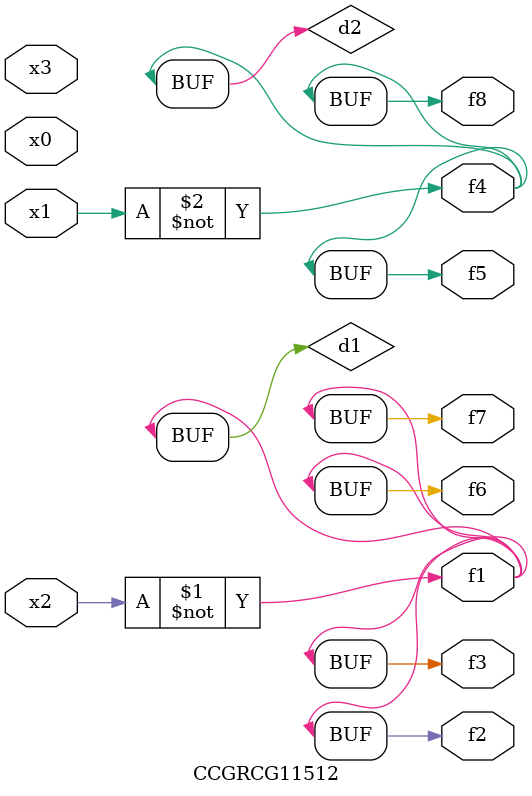
<source format=v>
module CCGRCG11512(
	input x0, x1, x2, x3,
	output f1, f2, f3, f4, f5, f6, f7, f8
);

	wire d1, d2;

	xnor (d1, x2);
	not (d2, x1);
	assign f1 = d1;
	assign f2 = d1;
	assign f3 = d1;
	assign f4 = d2;
	assign f5 = d2;
	assign f6 = d1;
	assign f7 = d1;
	assign f8 = d2;
endmodule

</source>
